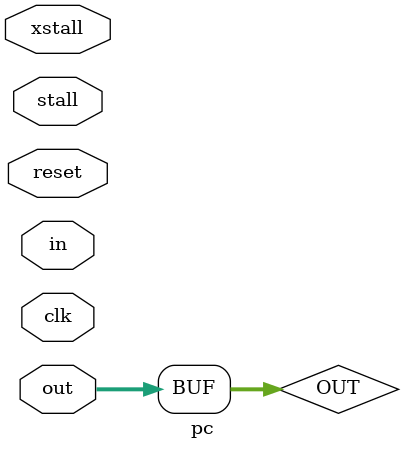
<source format=v>
`timescale 1ns / 1ps
module pc(
	input clk,
	input reset,
	input stall,
	input xstall,
	input [31:0] in,
	input [31:0] out
    );
	
	reg [31:0] OUT;
	assign out = OUT;
	
	always @(posedge clk) begin
		if(reset) OUT <= 32'h00003000;
		else begin
			if(!(stall||xstall)) OUT <= in;
		end
	end


endmodule

</source>
